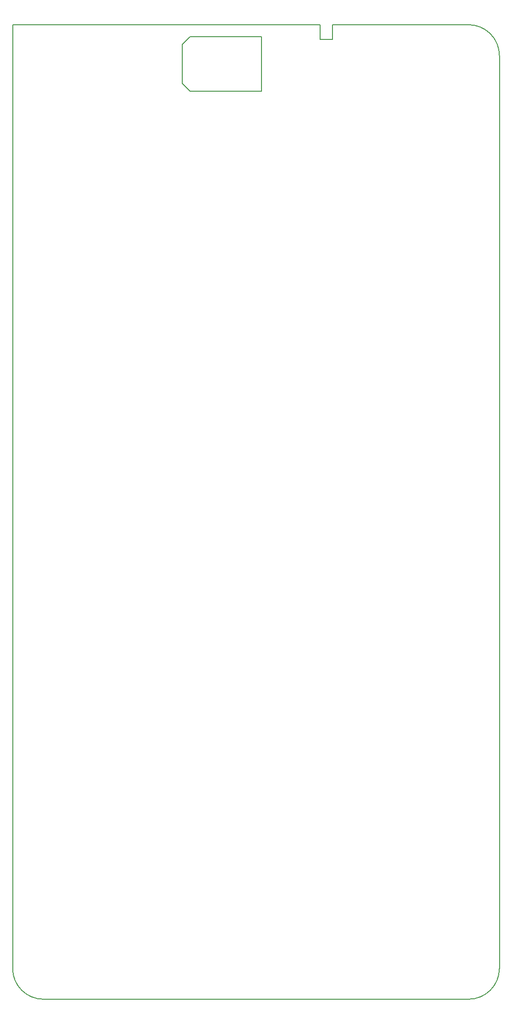
<source format=gbr>
%TF.GenerationSoftware,KiCad,Pcbnew,(5.99.0-459-gf0c386f5d-dirty)*%
%TF.CreationDate,2019-12-04T11:21:01+01:00*%
%TF.ProjectId,dvk-mx8m-bsb,64766b2d-6d78-4386-9d2d-6273622e6b69,v1.0.0*%
%TF.SameCoordinates,Original*%
%TF.FileFunction,Profile,NP*%
%FSLAX46Y46*%
G04 Gerber Fmt 4.6, Leading zero omitted, Abs format (unit mm)*
G04 Created by KiCad (PCBNEW (5.99.0-459-gf0c386f5d-dirty)) date 2019-12-04 11:21:01*
%MOMM*%
%LPD*%
G04 APERTURE LIST*
%TA.AperFunction,Profile*%
%ADD10C,0.150000*%
%TD*%
G04 APERTURE END LIST*
D10*
X150000000Y-232800000D02*
X150000000Y-64200000D01*
X119150000Y-58500000D02*
X144300000Y-58500000D01*
X119150000Y-61200000D02*
X119150000Y-58500000D01*
X116850000Y-61200000D02*
X119150000Y-61200000D01*
X116850000Y-58500000D02*
X116850000Y-61200000D01*
X144300000Y-238500000D02*
G75*
G03X150000000Y-232800000I0J5700000D01*
G01*
X65700000Y-238500000D02*
X144300000Y-238500000D01*
X150000000Y-64200000D02*
G75*
G03X144300000Y-58500000I-5700000J0D01*
G01*
X116850000Y-58500000D02*
X60000000Y-58500000D01*
X60000000Y-58500000D02*
X60000000Y-232800000D01*
X60000000Y-232800000D02*
G75*
G03X65700000Y-238500000I5700000J0D01*
G01*
%TO.C,LS1601*%
X92800000Y-60690000D02*
X91375000Y-62115000D01*
X91375000Y-69365000D02*
X92800000Y-70790000D01*
X106025000Y-70790000D02*
X106025000Y-60690000D01*
X106025000Y-70790000D02*
X92800000Y-70790000D01*
X91375000Y-69365000D02*
X91375000Y-62115000D01*
X106025000Y-60690000D02*
X92800000Y-60690000D01*
%TD*%
M02*

</source>
